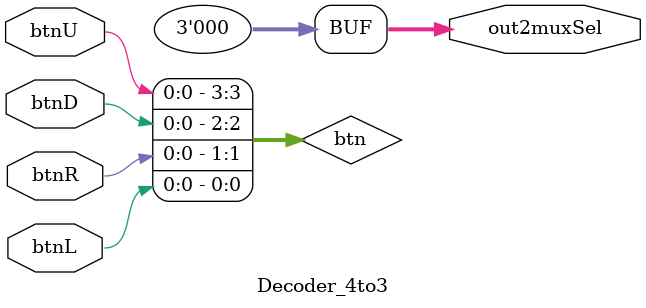
<source format=v>
`timescale 1ns / 1ps


module Decoder_4to3(
input btnU, 
input btnD, 
input btnR, 
input btnL, 
output reg [2:0] out2muxSel
    );
    reg [3:0] btn;
    always@(btnU, btnD, btnR,btnL)
        begin
        btn[3]<=btnU;
        btn[2]<=btnD;
        btn[1]<=btnR;
        btn[0]<=btnL;

        case(btn)
            4'b0001:  out2muxSel<= 3'b100; 
            4'b0010:  out2muxSel<= 3'b101; 
            4'b0100:  out2muxSel<= 3'b110; 
            4'b1000:  out2muxSel<= 3'b111; 
            default: out2muxSel<= 3'b000;
        endcase
    end
endmodule

</source>
